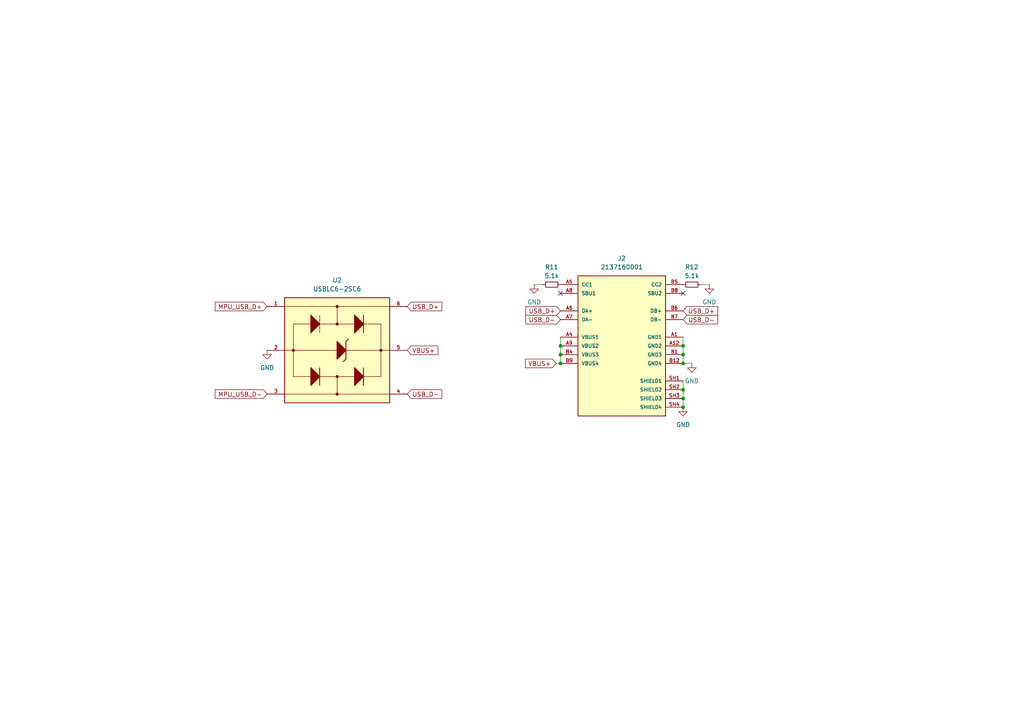
<source format=kicad_sch>
(kicad_sch (version 20250114) (generator "eeschema") (generator_version "9.0")
  (paper "A4")
  (lib_symbols
    (symbol "Device:R_Small" (pin_numbers (hide yes)) (pin_names (offset 0.254) (hide yes))
      (property "Reference" "R" (at 0.762 0.508 0))
      (property "Value" "R_Small" (at 0.762 -1.016 0))
      (symbol "R_Small_0_1"
        (rectangle (start -0.762 1.778) (end 0.762 -1.778) (stroke (width 0.2032)))
      )
      (symbol "R_Small_1_1"
        (pin passive line (at 0 2.54 270) (length 0.762) (name "~") (number "1"))
        (pin passive line (at 0 -2.54 90) (length 0.762) (name "~") (number "2"))
      )
    )
    (symbol "USB type C (2137160001):2137160001" (pin_names (offset 1.016))
      (property "Reference" "J" (at -12.7 20.9042 0))
      (property "Value" "2137160001" (at -12.7 -22.86 0))
      (symbol "2137160001_0_0"
        (rectangle (start -12.7 -20.32) (end 12.7 20.32) (stroke (width 0.254)) (fill (type background)))
        (pin bidirectional line (at -17.78 17.78 0) (length 5.08) (name "CC1") (number "A5"))
        (pin bidirectional line (at -17.78 15.24 0) (length 5.08) (name "SBU1") (number "A8"))
        (pin bidirectional line (at -17.78 10.16 0) (length 5.08) (name "DA+") (number "A6"))
        (pin bidirectional line (at -17.78 7.62 0) (length 5.08) (name "DA-") (number "A7"))
        (pin power_in line (at -17.78 2.54 0) (length 5.08) (name "VBUS1") (number "A4"))
        (pin power_in line (at -17.78 0 0) (length 5.08) (name "VBUS2") (number "A9"))
        (pin power_in line (at -17.78 -2.54 0) (length 5.08) (name "VBUS3") (number "B4"))
        (pin power_in line (at -17.78 -5.08 0) (length 5.08) (name "VBUS4") (number "B9"))
        (pin bidirectional line (at 17.78 17.78 180) (length 5.08) (name "CC2") (number "B5"))
        (pin bidirectional line (at 17.78 15.24 180) (length 5.08) (name "SBU2") (number "B8"))
        (pin bidirectional line (at 17.78 10.16 180) (length 5.08) (name "DB+") (number "B6"))
        (pin bidirectional line (at 17.78 7.62 180) (length 5.08) (name "DB-") (number "B7"))
        (pin power_in line (at 17.78 2.54 180) (length 5.08) (name "GND1") (number "A1"))
        (pin power_in line (at 17.78 0 180) (length 5.08) (name "GND2") (number "A12"))
        (pin power_in line (at 17.78 -2.54 180) (length 5.08) (name "GND3") (number "B1"))
        (pin power_in line (at 17.78 -5.08 180) (length 5.08) (name "GND4") (number "B12"))
        (pin passive line (at 17.78 -10.16 180) (length 5.08) (name "SHIELD1") (number "SH1"))
        (pin passive line (at 17.78 -12.7 180) (length 5.08) (name "SHIELD2") (number "SH2"))
        (pin passive line (at 17.78 -15.24 180) (length 5.08) (name "SHIELD3") (number "SH3"))
        (pin passive line (at 17.78 -17.78 180) (length 5.08) (name "SHIELD4") (number "SH4"))
      )
    )
    (symbol "USBLC6-2SC6:USBLC6-2SC6" (pin_names (offset 1.016))
      (property "Reference" "U" (at -15.2693 17.8093 0))
      (property "Value" "USBLC6-2SC6" (at -15.2559 -17.7959 0))
      (symbol "USBLC6-2SC6_0_0"
        (polyline (pts (xy -15.24 12.7) (xy 15.24 12.7)) (stroke (width 0.1524)))
        (polyline (pts (xy -15.24 -12.7) (xy 15.24 -12.7)) (stroke (width 0.1524)))
        (rectangle (start -15.24 -15.24) (end 15.24 15.24) (stroke (width 0.254)) (fill (type background)))
        (polyline (pts (xy -12.7 7.62) (xy -12.7 0)) (stroke (width 0.1524)))
        (polyline (pts (xy -12.7 7.62) (xy -7.62 7.62)) (stroke (width 0.1524)))
        (circle (center -12.7 0) (radius 0.254) (stroke (width 0.381)))
        (polyline (pts (xy -12.7 0) (xy -15.24 0)) (stroke (width 0.1524)))
        (polyline (pts (xy -12.7 0) (xy -12.7 -7.62)) (stroke (width 0.1524)))
        (polyline (pts (xy -12.7 0) (xy 0 0)) (stroke (width 0.1524)))
        (polyline (pts (xy -12.7 -7.62) (xy -7.62 -7.62)) (stroke (width 0.1524)))
        (polyline (pts (xy -7.62 10.16) (xy -5.08 7.62)) (stroke (width 0.254)))
        (polyline (pts (xy -7.62 10.16) (xy -7.62 5.08) (xy -5.08 7.62) (xy -7.62 10.16)) (stroke (width 0.254)) (fill (type outline)))
        (polyline (pts (xy -7.62 7.62) (xy -7.62 10.16)) (stroke (width 0.254)))
        (polyline (pts (xy -7.62 5.08) (xy -7.62 7.62)) (stroke (width 0.254)))
        (polyline (pts (xy -7.62 -5.08) (xy -5.08 -7.62)) (stroke (width 0.254)))
        (polyline (pts (xy -7.62 -5.08) (xy -7.62 -10.16) (xy -5.08 -7.62) (xy -7.62 -5.08)) (stroke (width 0.254)) (fill (type outline)))
        (polyline (pts (xy -7.62 -7.62) (xy -7.62 -5.08)) (stroke (width 0.254)))
        (polyline (pts (xy -7.62 -10.16) (xy -7.62 -7.62)) (stroke (width 0.254)))
        (polyline (pts (xy -5.08 10.16) (xy -5.08 7.62)) (stroke (width 0.1524)))
        (polyline (pts (xy -5.08 7.62) (xy -7.62 5.08)) (stroke (width 0.254)))
        (polyline (pts (xy -5.08 7.62) (xy -5.08 5.08)) (stroke (width 0.1524)))
        (polyline (pts (xy -5.08 7.62) (xy 0 7.62)) (stroke (width 0.1524)))
        (polyline (pts (xy -5.08 -5.08) (xy -5.08 -7.62)) (stroke (width 0.254)))
        (polyline (pts (xy -5.08 -7.62) (xy -7.62 -10.16)) (stroke (width 0.254)))
        (polyline (pts (xy -5.08 -7.62) (xy -5.08 -10.16)) (stroke (width 0.254)))
        (polyline (pts (xy -5.08 -7.62) (xy 0 -7.62)) (stroke (width 0.1524)))
        (circle (center 0 12.7) (radius 0.254) (stroke (width 0.381)))
        (circle (center 0 7.62) (radius 0.254) (stroke (width 0.381)))
        (polyline (pts (xy 0 7.62) (xy 0 12.7)) (stroke (width 0.1524)))
        (polyline (pts (xy 0 7.62) (xy 5.08 7.62)) (stroke (width 0.1524)))
        (polyline (pts (xy 0 2.54) (xy 2.54 0)) (stroke (width 0.254)))
        (polyline (pts (xy 0 2.54) (xy 0 -2.54) (xy 2.54 0) (xy 0 2.54)) (stroke (width 0.254)) (fill (type outline)))
        (polyline (pts (xy 0 0) (xy 0 2.54)) (stroke (width 0.254)))
        (polyline (pts (xy 0 -2.54) (xy 0 0)) (stroke (width 0.254)))
        (polyline (pts (xy 0 -7.62) (xy 0 -12.7)) (stroke (width 0.1524)))
        (polyline (pts (xy 0 -7.62) (xy 5.08 -7.62)) (stroke (width 0.1524)))
        (circle (center 0 -7.62) (radius 0.254) (stroke (width 0.381)))
        (circle (center 0 -12.7) (radius 0.254) (stroke (width 0.381)))
        (polyline (pts (xy 2.54 2.54) (xy 2.54 -2.54)) (stroke (width 0.254)))
        (polyline (pts (xy 2.54 2.54) (xy 3.302 3.302)) (stroke (width 0.254)))
        (polyline (pts (xy 2.54 0) (xy 0 -2.54)) (stroke (width 0.254)))
        (polyline (pts (xy 2.54 0) (xy 12.7 0)) (stroke (width 0.1524)))
        (polyline (pts (xy 2.54 -2.54) (xy 1.778 -3.302)) (stroke (width 0.254)))
        (polyline (pts (xy 5.08 10.16) (xy 7.62 7.62)) (stroke (width 0.254)))
        (polyline (pts (xy 5.08 10.16) (xy 5.08 5.08) (xy 7.62 7.62) (xy 5.08 10.16)) (stroke (width 0.254)) (fill (type outline)))
        (polyline (pts (xy 5.08 7.62) (xy 5.08 10.16)) (stroke (width 0.254)))
        (polyline (pts (xy 5.08 5.08) (xy 5.08 7.62)) (stroke (width 0.254)))
        (polyline (pts (xy 5.08 -5.08) (xy 7.62 -7.62)) (stroke (width 0.254)))
        (polyline (pts (xy 5.08 -5.08) (xy 5.08 -10.16) (xy 7.62 -7.62) (xy 5.08 -5.08)) (stroke (width 0.254)) (fill (type outline)))
        (polyline (pts (xy 5.08 -7.62) (xy 5.08 -5.08)) (stroke (width 0.254)))
        (polyline (pts (xy 5.08 -10.16) (xy 5.08 -7.62)) (stroke (width 0.254)))
        (polyline (pts (xy 7.62 10.16) (xy 7.62 7.62)) (stroke (width 0.254)))
        (polyline (pts (xy 7.62 7.62) (xy 5.08 5.08)) (stroke (width 0.254)))
        (polyline (pts (xy 7.62 7.62) (xy 7.62 5.08)) (stroke (width 0.254)))
        (polyline (pts (xy 7.62 7.62) (xy 12.7 7.62)) (stroke (width 0.1524)))
        (polyline (pts (xy 7.62 -5.08) (xy 7.62 -7.62)) (stroke (width 0.254)))
        (polyline (pts (xy 7.62 -7.62) (xy 5.08 -10.16)) (stroke (width 0.254)))
        (polyline (pts (xy 7.62 -7.62) (xy 7.62 -10.16)) (stroke (width 0.254)))
        (polyline (pts (xy 7.62 -7.62) (xy 12.7 -7.62)) (stroke (width 0.1524)))
        (polyline (pts (xy 12.7 7.62) (xy 12.7 0)) (stroke (width 0.1524)))
        (polyline (pts (xy 12.7 0) (xy 12.7 -7.62)) (stroke (width 0.1524)))
        (polyline (pts (xy 12.7 0) (xy 15.24 0)) (stroke (width 0.1524)))
        (circle (center 12.7 0) (radius 0.254) (stroke (width 0.381)))
        (pin bidirectional line (at -20.32 12.7 0) (length 5.08) (name "~") (number "1"))
        (pin power_in line (at -20.32 0 0) (length 5.08) (name "~") (number "2"))
        (pin bidirectional line (at -20.32 -12.7 0) (length 5.08) (name "~") (number "3"))
        (pin bidirectional line (at 20.32 12.7 180) (length 5.08) (name "~") (number "6"))
        (pin power_in line (at 20.32 0 180) (length 5.08) (name "~") (number "5"))
        (pin bidirectional line (at 20.32 -12.7 180) (length 5.08) (name "~") (number "4"))
      )
    )
    (symbol "power:GND" (power) (pin_numbers (hide yes)) (pin_names (offset 0) (hide yes))
      (property "Value" "GND" (at 0 -3.81 0))
      (symbol "GND_0_1"
        (polyline (pts (xy 0 0) (xy 0 -1.27) (xy 1.27 -1.27) (xy 0 -2.54) (xy -1.27 -1.27) (xy 0 -1.27)))
      )
      (symbol "GND_1_1"
        (pin power_in line (at 0 0 270) (length 0) (name "~") (number "1"))
      )
    )
  )
  (junction (at 198.12 118.11))
  (junction (at 162.56 102.87))
  (junction (at 198.12 102.87))
  (junction (at 162.56 105.41))
  (junction (at 162.56 100.33))
  (junction (at 198.12 115.57))
  (junction (at 198.12 113.03))
  (junction (at 198.12 100.33))
  (junction (at 198.12 105.41))
  (no_connect (at 198.12 85.09))
  (no_connect (at 162.56 85.09))
  (wire (pts (xy 198.12 100.33) (xy 198.12 102.87)))
  (wire (pts (xy 198.12 97.79) (xy 198.12 100.33)))
  (wire (pts (xy 198.12 115.57) (xy 198.12 118.11)))
  (wire (pts (xy 162.56 102.87) (xy 162.56 105.41)))
  (wire (pts (xy 198.12 102.87) (xy 198.12 105.41)))
  (wire (pts (xy 162.56 100.33) (xy 162.56 102.87)))
  (wire (pts (xy 161.29 105.41) (xy 162.56 105.41)))
  (wire (pts (xy 198.12 113.03) (xy 198.12 115.57)))
  (wire (pts (xy 205.74 82.55) (xy 203.2 82.55)))
  (wire (pts (xy 198.12 110.49) (xy 198.12 113.03)))
  (wire (pts (xy 154.94 82.55) (xy 157.48 82.55)))
  (wire (pts (xy 198.12 105.41) (xy 200.66 105.41)))
  (wire (pts (xy 162.56 97.79) (xy 162.56 100.33)))
  (global_label "USB_D-" (shape input) (at 198.12 92.71 0) (property "Intersheetrefs" "${INTERSHEET_REFS}" (effects (hide yes))))
  (global_label "USB_D-" (shape input) (at 118.11 114.3 0) (property "Intersheetrefs" "${INTERSHEET_REFS}" (effects (hide yes))))
  (global_label "MPU_USB_D-" (shape input) (at 77.47 114.3 180) (property "Intersheetrefs" "${INTERSHEET_REFS}" (effects (hide yes))))
  (global_label "USB_D-" (shape input) (at 162.56 92.71 180) (property "Intersheetrefs" "${INTERSHEET_REFS}" (effects (hide yes))))
  (global_label "VBUS+" (shape input) (at 118.11 101.6 0) (property "Intersheetrefs" "${INTERSHEET_REFS}" (effects (hide yes))))
  (global_label "USB_D+" (shape input) (at 162.56 90.17 180) (property "Intersheetrefs" "${INTERSHEET_REFS}" (effects (hide yes))))
  (global_label "USB_D+" (shape input) (at 118.11 88.9 0) (property "Intersheetrefs" "${INTERSHEET_REFS}" (effects (hide yes))))
  (global_label "VBUS+" (shape input) (at 161.29 105.41 180) (property "Intersheetrefs" "${INTERSHEET_REFS}" (effects (hide yes))))
  (global_label "MPU_USB_D+" (shape input) (at 77.47 88.9 180) (property "Intersheetrefs" "${INTERSHEET_REFS}" (effects (hide yes))))
  (global_label "USB_D+" (shape input) (at 198.12 90.17 0) (property "Intersheetrefs" "${INTERSHEET_REFS}" (effects (hide yes))))
  (symbol (lib_id "USBLC6-2SC6:USBLC6-2SC6") (at 97.79 101.6 0) (unit 1)
    (property "Reference" "U2" (at 97.79 81.28 0))
    (property "Value" "USBLC6-2SC6" (at 97.79 83.82 0))
    (property "Footprint" "kicad-footprints:SOT95P280X145-6N" (effects (hide yes)))
    (property "MF" "STMicroelectronics" (effects (hide yes)))
    (property "PURCHASE-URL" "https://pricing.snapeda.com/search/part/USBLC6-2SC6/?ref=eda" (effects (hide yes)))
    (property "PACKAGE" "SOT-23-6 STMicroelectronics" (effects (hide yes)))
    (property "PRICE" "None" (effects (hide yes)))
    (property "MP" "USBLC6-2SC6" (effects (hide yes)))
    (property "AVAILABILITY" "In Stock" (effects (hide yes)))
    (property "DESCRIPTION" "17V Clamp 5A (8/20µs) Ipp Tvs Diode Surface Mount SOT-23-6" (effects (hide yes)))
  )
  (symbol (lib_id "power:GND") (at 77.47 101.6 0) (unit 1)
    (property "Reference" "#PWR017" (effects (hide yes)))
    (property "Value" "GND" (at 77.47 106.68 0))
    (property "Description" "Power symbol creates a global label with name \"GND\" , ground" (effects (hide yes)))
  )
  (symbol (lib_id "Device:R_Small") (at 200.66 82.55 90) (unit 1)
    (property "Reference" "R12" (at 200.66 77.47 90))
    (property "Value" "5.1k" (at 200.66 80.01 90))
    (property "Footprint" "Resistor_SMD:R_0805_2012Metric" (effects (hide yes)))
    (property "Description" "Resistor, small symbol" (effects (hide yes)))
  )
  (symbol (lib_id "power:GND") (at 205.74 82.55 0) (unit 1)
    (property "Reference" "#PWR018" (effects (hide yes)))
    (property "Value" "GND" (at 205.74 87.63 0))
    (property "Description" "Power symbol creates a global label with name \"GND\" , ground" (effects (hide yes)))
  )
  (symbol (lib_id "power:GND") (at 198.12 118.11 0) (unit 1)
    (property "Reference" "#PWR015" (effects (hide yes)))
    (property "Value" "GND" (at 198.12 123.19 0))
    (property "Description" "Power symbol creates a global label with name \"GND\" , ground" (effects (hide yes)))
  )
  (symbol (lib_id "USB type C (2137160001):2137160001") (at 180.34 100.33 0) (unit 1)
    (property "Reference" "J2" (at 180.34 74.93 0))
    (property "Value" "2137160001" (at 180.34 77.47 0))
    (property "Footprint" "kicad-footprints:MOLEX_2137160001" (effects (hide yes)))
    (property "PARTREV" "B" (effects (hide yes)))
    (property "STANDARD" "Manufacturer Recommendations" (effects (hide yes)))
    (property "OPTION" "MOLEX_CONFIG" (effects (hide yes)))
    (property "MAXIMUM_PACKAGE_HEIGHT" "3.36mm" (effects (hide yes)))
    (property "MANUFACTURER" "Molex" (effects (hide yes)))
  )
  (symbol (lib_id "Device:R_Small") (at 160.02 82.55 90) (unit 1)
    (property "Reference" "R11" (at 160.02 77.47 90))
    (property "Value" "5.1k" (at 160.02 80.01 90))
    (property "Footprint" "Resistor_SMD:R_0805_2012Metric" (effects (hide yes)))
    (property "Description" "Resistor, small symbol" (effects (hide yes)))
  )
  (symbol (lib_id "power:GND") (at 154.94 82.55 0) (unit 1)
    (property "Reference" "#PWR019" (effects (hide yes)))
    (property "Value" "GND" (at 154.94 87.63 0))
    (property "Description" "Power symbol creates a global label with name \"GND\" , ground" (effects (hide yes)))
  )
  (symbol (lib_id "power:GND") (at 200.66 105.41 0) (unit 1)
    (property "Reference" "#PWR016" (effects (hide yes)))
    (property "Value" "GND" (at 200.66 110.49 0))
    (property "Description" "Power symbol creates a global label with name \"GND\" , ground" (effects (hide yes)))
  )
)
</source>
